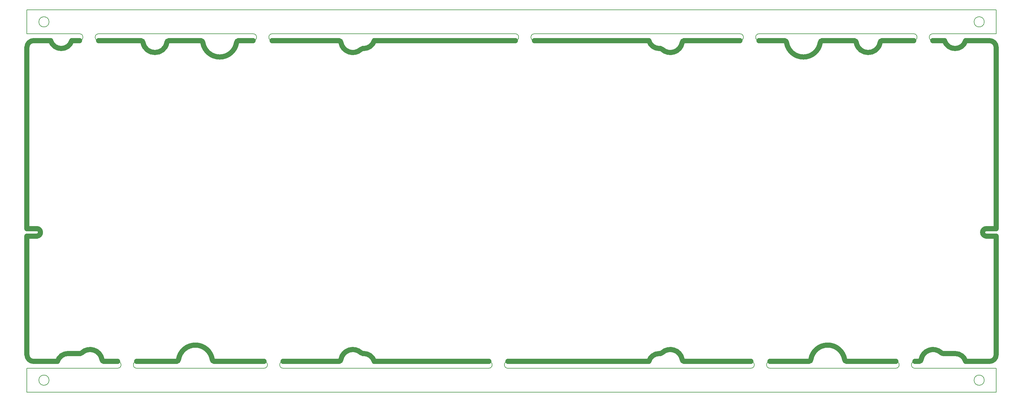
<source format=gbr>
%TF.GenerationSoftware,KiCad,Pcbnew,(5.1.12)-1*%
%TF.CreationDate,2022-12-21T19:59:57+07:00*%
%TF.ProjectId,Eclipse60,45636c69-7073-4653-9630-2e6b69636164,rev?*%
%TF.SameCoordinates,Original*%
%TF.FileFunction,Profile,NP*%
%FSLAX46Y46*%
G04 Gerber Fmt 4.6, Leading zero omitted, Abs format (unit mm)*
G04 Created by KiCad (PCBNEW (5.1.12)-1) date 2022-12-21 19:59:57*
%MOMM*%
%LPD*%
G01*
G04 APERTURE LIST*
%TA.AperFunction,Profile*%
%ADD10C,1.500000*%
%TD*%
%TA.AperFunction,Profile*%
%ADD11C,0.200000*%
%TD*%
%TA.AperFunction,Profile*%
%ADD12C,0.150000*%
%TD*%
G04 APERTURE END LIST*
D10*
X310907001Y-86499997D02*
G75*
G02*
X310907000Y-84300001I-8J1099998D01*
G01*
X313800006Y-86499998D02*
X310907001Y-86499997D01*
X310907000Y-84300001D02*
X313800006Y-84300001D01*
X304841006Y-29100003D02*
G75*
G02*
X298608996Y-29100002I-3116005J925564D01*
G01*
X272128001Y-29100002D02*
G75*
G02*
X272699000Y-29671001I-881J-571880D01*
G01*
X279699000Y-29671002D02*
G75*
G02*
X272699000Y-29671001I-3500000J626658D01*
G01*
X298608996Y-29100002D02*
X295149996Y-29099997D01*
X311800006Y-29100002D02*
X304841006Y-29100003D01*
X262133998Y-29671002D02*
G75*
G02*
X252215998Y-29671001I-4959000J770501D01*
G01*
X262133997Y-29671002D02*
G75*
G02*
X262704997Y-29100002I571880J-880D01*
G01*
X272128001Y-29100002D02*
X262704997Y-29100002D01*
X279699000Y-29671002D02*
G75*
G02*
X280269999Y-29100002I571880J-880D01*
G01*
X313800005Y-121300001D02*
X313800006Y-86499998D01*
X31993001Y-86499998D02*
X29099995Y-86499998D01*
X170349992Y-123299933D02*
X211758997Y-123300001D01*
X36058995Y-29100002D02*
X31099995Y-29100002D01*
X301724994Y-120974996D02*
G75*
G02*
X304841006Y-123300001I-1532J-3252623D01*
G01*
X214874999Y-120974996D02*
X215143000Y-120974996D01*
X44549996Y-29099997D02*
X42291004Y-29100003D01*
X313800006Y-84300001D02*
X313800006Y-31100001D01*
X298268000Y-120974996D02*
G75*
G02*
X297621997Y-120707998I-2701J908467D01*
G01*
X269834002Y-123300002D02*
G75*
G02*
X269278002Y-122744001I512J556512D01*
G01*
X215632000Y-120773000D02*
G75*
G02*
X221574999Y-122729002I2443145J-2583322D01*
G01*
X222145999Y-123300001D02*
X241749992Y-123299933D01*
X259360004Y-122744001D02*
G75*
G02*
X269278002Y-122744001I4958999J-771680D01*
G01*
X51722004Y-123300000D02*
G75*
G02*
X51150997Y-122729002I-833J570174D01*
G01*
X45184000Y-120794996D02*
G75*
G02*
X51150997Y-122729002I2466475J-2562179D01*
G01*
X38058994Y-123300000D02*
G75*
G02*
X41175007Y-120974996I3117544J-927619D01*
G01*
X84096004Y-123300001D02*
G75*
G02*
X83539997Y-122744001I517J556524D01*
G01*
X127755000Y-120974997D02*
G75*
G02*
X127270000Y-120774999I750J689889D01*
G01*
X73621997Y-122744001D02*
G75*
G02*
X83539997Y-122744001I4959000J-771680D01*
G01*
X259360003Y-122744001D02*
G75*
G02*
X258803996Y-123300001I-556524J524D01*
G01*
X45184001Y-120794997D02*
G75*
G02*
X44750004Y-120974996I-430254J424181D01*
G01*
X121325000Y-122729001D02*
G75*
G02*
X127270000Y-120774999I3499597J-626677D01*
G01*
X298268000Y-120974997D02*
X301724994Y-120974997D01*
X31099995Y-123300002D02*
X38058994Y-123300000D01*
X289899992Y-123299933D02*
X291177996Y-123300001D01*
X247349992Y-123299933D02*
X258803996Y-123300001D01*
X31993000Y-84300000D02*
G75*
G02*
X31993001Y-86499998I8J-1099999D01*
G01*
X29099995Y-31100001D02*
X29099995Y-84300001D01*
X29099995Y-31100001D02*
G75*
G02*
X31099995Y-29100002I2000725J-726D01*
G01*
X304841006Y-123300001D02*
X311800006Y-123300001D01*
X41175007Y-120974996D02*
X44750004Y-120974996D01*
X29099995Y-84300001D02*
X31993000Y-84300000D01*
X51722004Y-123300000D02*
X55749992Y-123299933D01*
X31099995Y-123300002D02*
G75*
G02*
X29099995Y-121300001I-981J1999019D01*
G01*
X84096004Y-123300001D02*
X98749992Y-123299933D01*
X29099995Y-86499998D02*
X29099995Y-121300001D01*
X42291003Y-29100002D02*
G75*
G02*
X36058995Y-29100002I-3116004J925563D01*
G01*
X73621997Y-122744000D02*
G75*
G02*
X73065998Y-123300001I-556511J510D01*
G01*
X127755000Y-120974997D02*
X128025001Y-120974997D01*
X211758997Y-123300001D02*
G75*
G02*
X214874999Y-120974996I3117524J-927591D01*
G01*
X291749004Y-122729002D02*
G75*
G02*
X291177996Y-123300001I-570175J-824D01*
G01*
X121325001Y-122729001D02*
G75*
G02*
X120754001Y-123300001I-570175J-825D01*
G01*
X311800006Y-29100002D02*
G75*
G02*
X313800006Y-31100001I-725J-2000725D01*
G01*
X313800005Y-121300001D02*
G75*
G02*
X311800006Y-123300001I-1999018J-982D01*
G01*
X128025001Y-120974997D02*
G75*
G02*
X131141002Y-123300001I-1522J-3252595D01*
G01*
X291749003Y-122729001D02*
G75*
G02*
X297621997Y-120707998I3500114J-627358D01*
G01*
X215631999Y-120772999D02*
G75*
G02*
X215143000Y-120974996I-487744J487854D01*
G01*
X222145999Y-123300001D02*
G75*
G02*
X221574999Y-122729002I-825J570175D01*
G01*
X131141002Y-123300001D02*
X164749992Y-123299933D01*
X269834002Y-123300002D02*
X284299992Y-123299933D01*
X61349992Y-123299933D02*
X73065998Y-123300001D01*
X104349992Y-123299933D02*
X120754001Y-123300001D01*
X62630000Y-29100002D02*
X50149996Y-29099997D01*
X251644999Y-29100003D02*
G75*
G02*
X252215998Y-29671001I-880J-571879D01*
G01*
X80195003Y-29100003D02*
G75*
G02*
X80766002Y-29671001I-880J-571879D01*
G01*
X211758998Y-29100002D02*
X178149996Y-29099997D01*
X221574999Y-29671001D02*
G75*
G02*
X222145999Y-29100002I571880J-881D01*
G01*
X70201000Y-29671002D02*
G75*
G02*
X70771999Y-29100002I571880J-880D01*
G01*
X127235000Y-31659001D02*
G75*
G02*
X121325001Y-29671001I-2410177J2613668D01*
G01*
X238549996Y-29099997D02*
X222145999Y-29100002D01*
X221574999Y-29671001D02*
G75*
G02*
X215642001Y-31638001I-3500071J625895D01*
G01*
X127235001Y-31659001D02*
G75*
G02*
X127799000Y-31425001I565427J-566132D01*
G01*
X215129000Y-31425000D02*
G75*
G02*
X215642001Y-31638001I-2442J-730151D01*
G01*
X90684001Y-29671001D02*
G75*
G02*
X91255001Y-29100002I571880J-881D01*
G01*
X128025001Y-31425001D02*
X127799000Y-31425001D01*
X120754001Y-29100002D02*
X101149996Y-29099997D01*
X80195003Y-29100003D02*
X70771999Y-29100002D01*
X62630000Y-29100002D02*
G75*
G02*
X63201000Y-29671001I-880J-571880D01*
G01*
X70201000Y-29671002D02*
G75*
G02*
X63201000Y-29671001I-3500000J626658D01*
G01*
X90684002Y-29671001D02*
G75*
G02*
X80766002Y-29671001I-4959000J770500D01*
G01*
X215129000Y-31425001D02*
X214874999Y-31425001D01*
X251644999Y-29100003D02*
X244149996Y-29099997D01*
X172549996Y-29099997D02*
X131141002Y-29100003D01*
X214874999Y-31425001D02*
G75*
G02*
X211758998Y-29100002I-899J3249352D01*
G01*
X120754001Y-29100002D02*
G75*
G02*
X121325001Y-29671001I-880J-571880D01*
G01*
X131141002Y-29100002D02*
G75*
G02*
X128025001Y-31425001I-3115102J924353D01*
G01*
X289549996Y-29099997D02*
X280269999Y-29100002D01*
X95549996Y-29099997D02*
X91255001Y-29100002D01*
D11*
X313799993Y-125299933D02*
X289899992Y-125299933D01*
X313799993Y-125299933D02*
X313799993Y-132299933D01*
X164749992Y-125299933D02*
X104349992Y-125299933D01*
X29099992Y-132299933D02*
X29099992Y-125299933D01*
X313799993Y-132299933D02*
X29099992Y-132299933D01*
X35599992Y-128799933D02*
G75*
G03*
X35599992Y-128799933I-1500000J0D01*
G01*
X98749992Y-125299933D02*
X61349992Y-125299933D01*
X241749992Y-125299933D02*
X170349992Y-125299933D01*
X29099992Y-125299933D02*
X55749992Y-125299933D01*
X247349992Y-125299933D02*
X284299992Y-125299933D01*
X310299993Y-128799933D02*
G75*
G03*
X310299993Y-128799933I-1500000J0D01*
G01*
X95549996Y-27099996D02*
X50149996Y-27099996D01*
X178149996Y-27099996D02*
X238549996Y-27099996D01*
X35599995Y-23599996D02*
G75*
G03*
X35599995Y-23599996I-1500000J0D01*
G01*
X29099995Y-20099996D02*
X313799996Y-20099996D01*
X29099995Y-27099996D02*
X44549996Y-27099996D01*
X244149996Y-27099996D02*
X289549996Y-27099996D01*
X310299996Y-23599996D02*
G75*
G03*
X310299996Y-23599996I-1500000J0D01*
G01*
X313799996Y-20099996D02*
X313799996Y-27099996D01*
X313799996Y-27099996D02*
X295149996Y-27099996D01*
X101149996Y-27099996D02*
X172549996Y-27099996D01*
X29099995Y-27099996D02*
X29099995Y-20099996D01*
D12*
%TO.C,mouse-bite-3mm-slot*%
X284299992Y-123299933D02*
G75*
G02*
X284299992Y-125299933I0J-1000000D01*
G01*
X289899992Y-125299933D02*
G75*
G02*
X289899992Y-123299933I0J1000000D01*
G01*
X164749992Y-123299933D02*
G75*
G02*
X164749992Y-125299933I0J-1000000D01*
G01*
X170349992Y-125299933D02*
G75*
G02*
X170349992Y-123299933I0J1000000D01*
G01*
X98749992Y-123299933D02*
G75*
G02*
X98749992Y-125299933I0J-1000000D01*
G01*
X104349992Y-125299933D02*
G75*
G02*
X104349992Y-123299933I0J1000000D01*
G01*
X241749992Y-123299933D02*
G75*
G02*
X241749992Y-125299933I0J-1000000D01*
G01*
X247349992Y-125299933D02*
G75*
G02*
X247349992Y-123299933I0J1000000D01*
G01*
X61349992Y-125299933D02*
G75*
G02*
X61349992Y-123299933I0J1000000D01*
G01*
X55749992Y-123299933D02*
G75*
G02*
X55749992Y-125299933I0J-1000000D01*
G01*
X244149996Y-29099996D02*
G75*
G02*
X244149996Y-27099996I0J1000000D01*
G01*
X238549996Y-27099996D02*
G75*
G02*
X238549996Y-29099996I0J-1000000D01*
G01*
X178149996Y-29099996D02*
G75*
G02*
X178149996Y-27099996I0J1000000D01*
G01*
X172549996Y-27099996D02*
G75*
G02*
X172549996Y-29099996I0J-1000000D01*
G01*
X50149996Y-29099996D02*
G75*
G02*
X50149996Y-27099996I0J1000000D01*
G01*
X44549996Y-27099996D02*
G75*
G02*
X44549996Y-29099996I0J-1000000D01*
G01*
X101149996Y-29099996D02*
G75*
G02*
X101149996Y-27099996I0J1000000D01*
G01*
X95549996Y-27099996D02*
G75*
G02*
X95549996Y-29099996I0J-1000000D01*
G01*
X289549996Y-27099996D02*
G75*
G02*
X289549996Y-29099996I0J-1000000D01*
G01*
X295149996Y-29099996D02*
G75*
G02*
X295149996Y-27099996I0J1000000D01*
G01*
%TD*%
M02*

</source>
